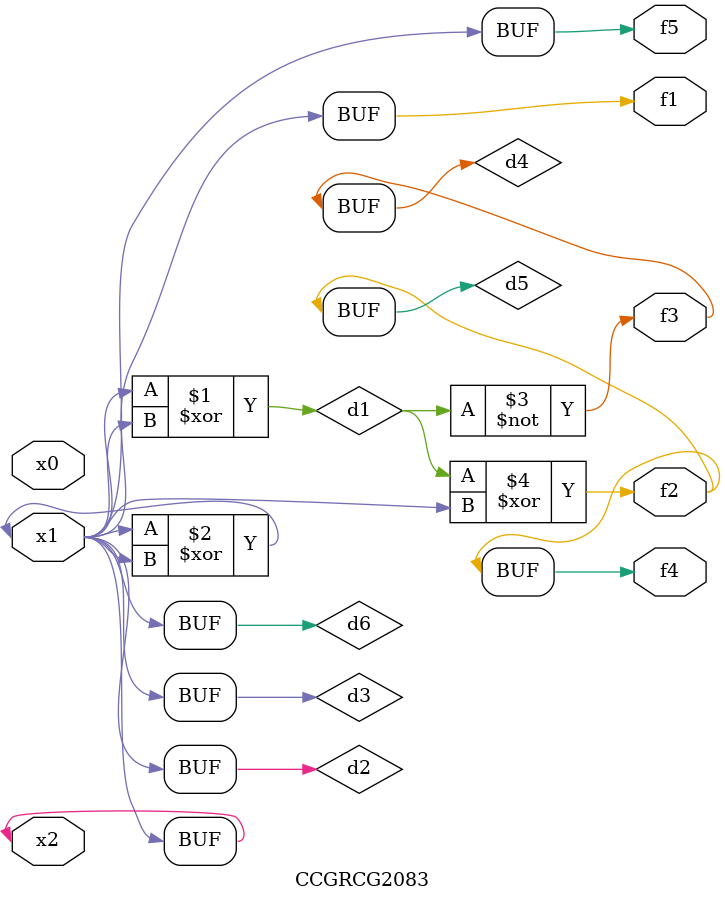
<source format=v>
module CCGRCG2083(
	input x0, x1, x2,
	output f1, f2, f3, f4, f5
);

	wire d1, d2, d3, d4, d5, d6;

	xor (d1, x1, x2);
	buf (d2, x1, x2);
	xor (d3, x1, x2);
	nor (d4, d1);
	xor (d5, d1, d2);
	buf (d6, d2, d3);
	assign f1 = d6;
	assign f2 = d5;
	assign f3 = d4;
	assign f4 = d5;
	assign f5 = d6;
endmodule

</source>
